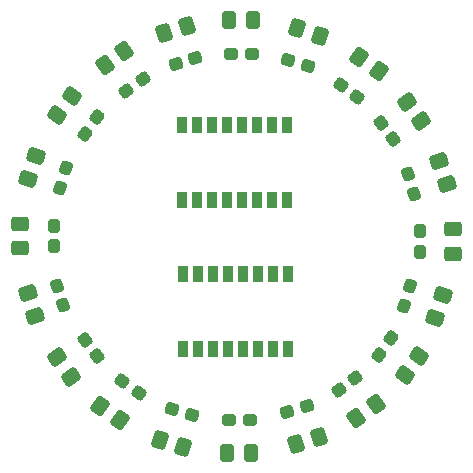
<source format=gbr>
G04 #@! TF.GenerationSoftware,KiCad,Pcbnew,(6.0.9)*
G04 #@! TF.CreationDate,2022-11-29T20:17:37+01:00*
G04 #@! TF.ProjectId,SMD Lauflicht 0805-0603 v1_1,534d4420-4c61-4756-966c-696368742030,rev?*
G04 #@! TF.SameCoordinates,Original*
G04 #@! TF.FileFunction,Soldermask,Top*
G04 #@! TF.FilePolarity,Negative*
%FSLAX46Y46*%
G04 Gerber Fmt 4.6, Leading zero omitted, Abs format (unit mm)*
G04 Created by KiCad (PCBNEW (6.0.9)) date 2022-11-29 20:17:37*
%MOMM*%
%LPD*%
G01*
G04 APERTURE LIST*
G04 Aperture macros list*
%AMRoundRect*
0 Rectangle with rounded corners*
0 $1 Rounding radius*
0 $2 $3 $4 $5 $6 $7 $8 $9 X,Y pos of 4 corners*
0 Add a 4 corners polygon primitive as box body*
4,1,4,$2,$3,$4,$5,$6,$7,$8,$9,$2,$3,0*
0 Add four circle primitives for the rounded corners*
1,1,$1+$1,$2,$3*
1,1,$1+$1,$4,$5*
1,1,$1+$1,$6,$7*
1,1,$1+$1,$8,$9*
0 Add four rect primitives between the rounded corners*
20,1,$1+$1,$2,$3,$4,$5,0*
20,1,$1+$1,$4,$5,$6,$7,0*
20,1,$1+$1,$6,$7,$8,$9,0*
20,1,$1+$1,$8,$9,$2,$3,0*%
G04 Aperture macros list end*
%ADD10RoundRect,0.301000X0.325000X0.450000X-0.325000X0.450000X-0.325000X-0.450000X0.325000X-0.450000X0*%
%ADD11RoundRect,0.301000X-0.325000X-0.450000X0.325000X-0.450000X0.325000X0.450000X-0.325000X0.450000X0*%
%ADD12RoundRect,0.301000X-0.448151X-0.327545X0.170036X-0.528406X0.448151X0.327545X-0.170036X0.528406X0*%
%ADD13RoundRect,0.301000X0.448151X0.327545X-0.170036X0.528406X-0.448151X-0.327545X0.170036X-0.528406X0*%
%ADD14RoundRect,0.301000X0.527434X0.173027X0.001573X0.555088X-0.527434X-0.173027X-0.001573X-0.555088X0*%
%ADD15RoundRect,0.301000X-0.527434X-0.173027X-0.001573X-0.555088X0.527434X0.173027X0.001573X0.555088X0*%
%ADD16RoundRect,0.301000X-0.555088X-0.001573X-0.173027X-0.527434X0.555088X0.001573X0.173027X0.527434X0*%
%ADD17RoundRect,0.301000X0.555088X0.001573X0.173027X0.527434X-0.555088X-0.001573X-0.173027X-0.527434X0*%
%ADD18RoundRect,0.301000X0.528406X-0.170036X0.327545X0.448151X-0.528406X0.170036X-0.327545X-0.448151X0*%
%ADD19RoundRect,0.301000X-0.528406X0.170036X-0.327545X-0.448151X0.528406X-0.170036X0.327545X0.448151X0*%
%ADD20RoundRect,0.301000X-0.450000X0.325000X-0.450000X-0.325000X0.450000X-0.325000X0.450000X0.325000X0*%
%ADD21RoundRect,0.301000X0.450000X-0.325000X0.450000X0.325000X-0.450000X0.325000X-0.450000X-0.325000X0*%
%ADD22RoundRect,0.301000X0.327545X-0.448151X0.528406X0.170036X-0.327545X0.448151X-0.528406X-0.170036X0*%
%ADD23RoundRect,0.301000X-0.327545X0.448151X-0.528406X-0.170036X0.327545X-0.448151X0.528406X0.170036X0*%
%ADD24RoundRect,0.301000X-0.173027X0.527434X-0.555088X0.001573X0.173027X-0.527434X0.555088X-0.001573X0*%
%ADD25RoundRect,0.301000X0.173027X-0.527434X0.555088X-0.001573X-0.173027X0.527434X-0.555088X0.001573X0*%
%ADD26RoundRect,0.301000X0.001573X-0.555088X0.527434X-0.173027X-0.001573X0.555088X-0.527434X0.173027X0*%
%ADD27RoundRect,0.301000X-0.001573X0.555088X-0.527434X0.173027X0.001573X-0.555088X0.527434X-0.173027X0*%
%ADD28RoundRect,0.301000X0.170036X0.528406X-0.448151X0.327545X-0.170036X-0.528406X0.448151X-0.327545X0*%
%ADD29RoundRect,0.301000X-0.170036X-0.528406X0.448151X-0.327545X0.170036X0.528406X-0.448151X0.327545X0*%
%ADD30RoundRect,0.051000X-0.400000X0.650000X-0.400000X-0.650000X0.400000X-0.650000X0.400000X0.650000X0*%
%ADD31RoundRect,0.288500X0.287500X0.237500X-0.287500X0.237500X-0.287500X-0.237500X0.287500X-0.237500X0*%
%ADD32RoundRect,0.288500X-0.346820X-0.137034X0.200037X-0.314718X0.346820X0.137034X-0.200037X0.314718X0*%
%ADD33RoundRect,0.288500X0.372191X0.023153X-0.092993X0.361130X-0.372191X-0.023153X0.092993X-0.361130X0*%
%ADD34RoundRect,0.288500X-0.361130X0.092993X-0.023153X-0.372191X0.361130X-0.092993X0.023153X0.372191X0*%
%ADD35RoundRect,0.288500X0.314718X-0.200037X0.137034X0.346820X-0.314718X0.200037X-0.137034X-0.346820X0*%
%ADD36RoundRect,0.288500X-0.237500X0.287500X-0.237500X-0.287500X0.237500X-0.287500X0.237500X0.287500X0*%
%ADD37RoundRect,0.288500X-0.137034X0.346820X-0.314718X-0.200037X0.137034X-0.346820X0.314718X0.200037X0*%
%ADD38RoundRect,0.288500X0.023153X-0.372191X0.361130X0.092993X-0.023153X0.372191X-0.361130X-0.092993X0*%
%ADD39RoundRect,0.288500X-0.287500X-0.237500X0.287500X-0.237500X0.287500X0.237500X-0.287500X0.237500X0*%
%ADD40RoundRect,0.288500X0.346820X0.137034X-0.200037X0.314718X-0.346820X-0.137034X0.200037X-0.314718X0*%
%ADD41RoundRect,0.288500X-0.372191X-0.023153X0.092993X-0.361130X0.372191X0.023153X-0.092993X0.361130X0*%
%ADD42RoundRect,0.288500X0.361130X-0.092993X0.023153X0.372191X-0.361130X0.092993X-0.023153X-0.372191X0*%
%ADD43RoundRect,0.288500X0.092993X0.361130X-0.372191X0.023153X-0.092993X-0.361130X0.372191X-0.023153X0*%
%ADD44RoundRect,0.288500X-0.200037X-0.314718X0.346820X-0.137034X0.200037X0.314718X-0.346820X0.137034X0*%
%ADD45RoundRect,0.288500X-0.092993X-0.361130X0.372191X-0.023153X0.092993X0.361130X-0.372191X0.023153X0*%
%ADD46RoundRect,0.288500X0.200037X0.314718X-0.346820X0.137034X-0.200037X-0.314718X0.346820X-0.137034X0*%
G04 APERTURE END LIST*
D10*
X72312580Y-72446860D03*
X70262580Y-72446860D03*
D11*
X70099700Y-109070780D03*
X72149700Y-109070780D03*
D12*
X76040067Y-73102878D03*
X77989733Y-73736362D03*
D13*
X66361253Y-108588162D03*
X64411587Y-107954678D03*
D14*
X82934022Y-76752820D03*
X81275538Y-75547860D03*
D15*
X59351936Y-105071820D03*
X61010420Y-106276780D03*
D16*
X85325620Y-79326338D03*
X86530580Y-80984822D03*
D17*
X56875800Y-102630542D03*
X55670840Y-100972058D03*
D18*
X88722002Y-86338653D03*
X88088518Y-84388987D03*
D19*
X53227438Y-95539387D03*
X53860922Y-97489053D03*
D20*
X89271380Y-90148300D03*
X89271380Y-92198300D03*
D21*
X52587780Y-91741740D03*
X52587780Y-89691740D03*
D22*
X87713878Y-97665173D03*
X88347362Y-95715507D03*
D23*
X53901162Y-83926107D03*
X53267678Y-85875773D03*
D24*
X86345940Y-100852618D03*
X85140980Y-102511102D03*
D25*
X55735020Y-80481102D03*
X56939980Y-78822618D03*
D26*
X81056218Y-106121940D03*
X82714702Y-104916980D03*
D27*
X61412060Y-75004300D03*
X59753576Y-76209260D03*
D28*
X77859900Y-107719580D03*
X75910234Y-108353064D03*
D29*
X64789074Y-73545144D03*
X66738740Y-72911660D03*
D30*
X75260000Y-93967700D03*
X73980000Y-93967700D03*
X72720000Y-93967700D03*
X71450000Y-93967700D03*
X70170000Y-93967700D03*
X68900000Y-93967700D03*
X67640000Y-93967700D03*
X66360000Y-93967700D03*
X66360000Y-100267700D03*
X67640000Y-100267700D03*
X68900000Y-100267700D03*
X70170000Y-100267700D03*
X71450000Y-100267700D03*
X72720000Y-100267700D03*
X73980000Y-100267700D03*
X75260000Y-100267700D03*
X75211740Y-81323580D03*
X73931740Y-81323580D03*
X72671740Y-81323580D03*
X71401740Y-81323580D03*
X70121740Y-81323580D03*
X68851740Y-81323580D03*
X67591740Y-81323580D03*
X66311740Y-81323580D03*
X66311740Y-87623580D03*
X67591740Y-87623580D03*
X68851740Y-87623580D03*
X70121740Y-87623580D03*
X71401740Y-87623580D03*
X72671740Y-87623580D03*
X73931740Y-87623580D03*
X75211740Y-87623580D03*
D31*
X72185260Y-75261340D03*
X70435260Y-75261340D03*
D32*
X75298086Y-75790950D03*
X76962434Y-76331730D03*
D33*
X81128150Y-78925652D03*
X79712370Y-77897028D03*
D34*
X83125948Y-81123450D03*
X84154572Y-82539230D03*
D35*
X85950650Y-87143514D03*
X85409870Y-85479166D03*
D36*
X86400260Y-90306340D03*
X86400260Y-92056340D03*
D37*
X85610650Y-94969166D03*
X85069870Y-96633514D03*
D38*
X82945948Y-100744230D03*
X83974572Y-99328450D03*
D39*
X70295260Y-106271340D03*
X72045260Y-106271340D03*
D40*
X67142434Y-105901730D03*
X65478086Y-105360950D03*
D41*
X61212370Y-102987028D03*
X62628150Y-104015652D03*
D42*
X59064572Y-100899230D03*
X58035948Y-99483450D03*
D35*
X56248180Y-96569060D03*
X55707400Y-94904712D03*
D36*
X55430260Y-89836340D03*
X55430260Y-91586340D03*
D37*
X56490650Y-84969166D03*
X55949870Y-86633514D03*
D38*
X58095948Y-82039230D03*
X59124572Y-80623450D03*
D43*
X62948150Y-77387028D03*
X61532370Y-78415652D03*
D44*
X65768086Y-76181730D03*
X67432434Y-75640950D03*
D45*
X79550890Y-103759852D03*
X80966670Y-102731228D03*
D46*
X76867434Y-105105950D03*
X75203086Y-105646730D03*
M02*

</source>
